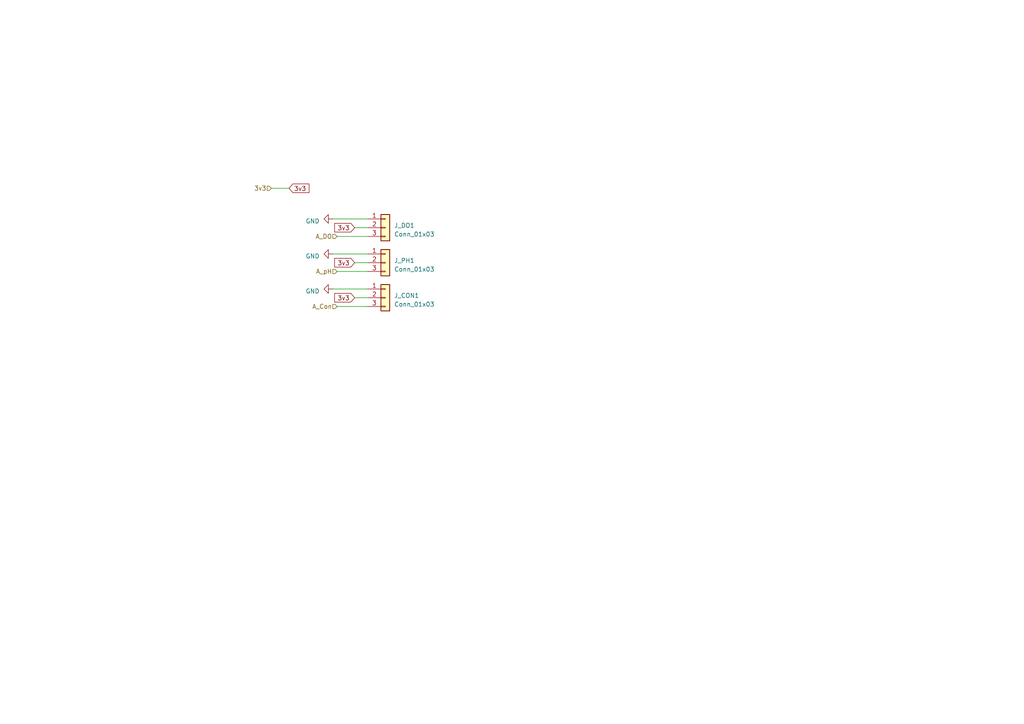
<source format=kicad_sch>
(kicad_sch (version 20230121) (generator eeschema)
  (paper "A4")
  (lib_symbols
    (symbol "Connector_Generic:Conn_01x03" (pin_names (offset 1.016) hide)
      (property "Reference" "J" (at 0 5.08 0))
      (property "Value" "Conn_01x03" (at 0 -5.08 0))
      (symbol "Conn_01x03_1_1"
        (rectangle (start -1.27 -2.413) (end 0 -2.667) (stroke (width 0.1524)))
        (rectangle (start -1.27 0.127) (end 0 -0.127) (stroke (width 0.1524)))
        (rectangle (start -1.27 2.667) (end 0 2.413) (stroke (width 0.1524)))
        (rectangle (start -1.27 3.81) (end 1.27 -3.81) (stroke (width 0.254)) (fill (type background)))
        (pin passive line (at -5.08 2.54 0) (length 3.81) (name "Pin_1") (number "1"))
        (pin passive line (at -5.08 0 0) (length 3.81) (name "Pin_2") (number "2"))
        (pin passive line (at -5.08 -2.54 0) (length 3.81) (name "Pin_3") (number "3"))
      )
    )
    (symbol "power:GND" (power) (pin_names (offset 0))
      (property "Value" "GND" (at 0 -3.81 0))
      (symbol "GND_0_1"
        (polyline (pts (xy 0 0) (xy 0 -1.27) (xy 1.27 -1.27) (xy 0 -2.54) (xy -1.27 -1.27) (xy 0 -1.27)))
      )
      (symbol "GND_1_1"
        (pin power_in line (at 0 0 270) (length 0) hide (name "GND") (number "1"))
      )
    )
  )
  (wire (pts (xy 78.74 54.61) (xy 83.82 54.61)))
  (wire (pts (xy 102.87 66.04) (xy 106.68 66.04)))
  (wire (pts (xy 97.79 68.58) (xy 106.68 68.58)))
  (wire (pts (xy 96.52 73.66) (xy 106.68 73.66)))
  (wire (pts (xy 96.52 63.5) (xy 106.68 63.5)))
  (wire (pts (xy 102.87 86.36) (xy 106.68 86.36)))
  (wire (pts (xy 96.52 83.82) (xy 106.68 83.82)))
  (wire (pts (xy 97.79 78.74) (xy 106.68 78.74)))
  (wire (pts (xy 102.87 76.2) (xy 106.68 76.2)))
  (wire (pts (xy 97.79 88.9) (xy 106.68 88.9)))
  (global_label "3v3" (shape input) (at 83.82 54.61 0) (property "Intersheetrefs" "${INTERSHEET_REFS}" (effects hide)))
  (global_label "3v3" (shape input) (at 102.87 86.36 180) (property "Intersheetrefs" "${INTERSHEET_REFS}" (effects hide)))
  (global_label "3v3" (shape input) (at 102.87 76.2 180) (property "Intersheetrefs" "${INTERSHEET_REFS}" (effects hide)))
  (global_label "3v3" (shape input) (at 102.87 66.04 180) (property "Intersheetrefs" "${INTERSHEET_REFS}" (effects hide)))
  (hierarchical_label "A_DO" (shape input) (at 97.79 68.58 180))
  (hierarchical_label "A_Con" (shape input) (at 97.79 88.9 180))
  (hierarchical_label "A_pH" (shape input) (at 97.79 78.74 180))
  (hierarchical_label "3v3" (shape input) (at 78.74 54.61 180))
  (symbol (lib_id "Connector_Generic:Conn_01x03") (at 111.76 76.2 0) (unit 1)
    (property "Reference" "J_PH1" (at 114.3 75.565 0) (effects (justify left)))
    (property "Value" "Conn_01x03" (at 114.3 78.105 0) (effects (justify left)))
    (property "Footprint" "Connector_PinHeader_2.54mm:PinHeader_1x03_P2.54mm_Horizontal" (effects hide))
  )
  (symbol (lib_id "Connector_Generic:Conn_01x03") (at 111.76 66.04 0) (unit 1)
    (property "Reference" "J_DO1" (at 114.3 65.405 0) (effects (justify left)))
    (property "Value" "Conn_01x03" (at 114.3 67.945 0) (effects (justify left)))
    (property "Footprint" "Connector_PinHeader_2.54mm:PinHeader_1x03_P2.54mm_Horizontal" (effects hide))
  )
  (symbol (lib_id "power:GND") (at 96.52 63.5 270) (unit 1)
    (property "Reference" "#PWR017" (effects hide))
    (property "Value" "GND" (at 92.71 64.135 90) (effects (justify right)))
  )
  (symbol (lib_id "Connector_Generic:Conn_01x03") (at 111.76 86.36 0) (unit 1)
    (property "Reference" "J_CON1" (at 114.3 85.725 0) (effects (justify left)))
    (property "Value" "Conn_01x03" (at 114.3 88.265 0) (effects (justify left)))
    (property "Footprint" "Connector_PinHeader_2.54mm:PinHeader_1x03_P2.54mm_Horizontal" (effects hide))
  )
  (symbol (lib_id "power:GND") (at 96.52 83.82 270) (unit 1)
    (property "Reference" "#PWR019" (effects hide))
    (property "Value" "GND" (at 92.71 84.455 90) (effects (justify right)))
  )
  (symbol (lib_id "power:GND") (at 96.52 73.66 270) (unit 1)
    (property "Reference" "#PWR018" (effects hide))
    (property "Value" "GND" (at 92.71 74.295 90) (effects (justify right)))
  )
)
</source>
